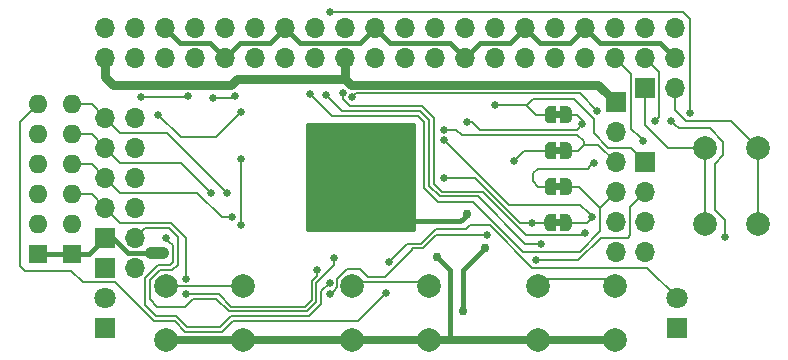
<source format=gbl>
G04 #@! TF.GenerationSoftware,KiCad,Pcbnew,(5.1.4)-1*
G04 #@! TF.CreationDate,2020-02-28T01:36:28+00:00*
G04 #@! TF.ProjectId,rgb-to-hdmi,7267622d-746f-42d6-9864-6d692e6b6963,rev?*
G04 #@! TF.SameCoordinates,Original*
G04 #@! TF.FileFunction,Copper,L2,Bot*
G04 #@! TF.FilePolarity,Positive*
%FSLAX46Y46*%
G04 Gerber Fmt 4.6, Leading zero omitted, Abs format (unit mm)*
G04 Created by KiCad (PCBNEW (5.1.4)-1) date 2020-02-28 01:36:28*
%MOMM*%
%LPD*%
G04 APERTURE LIST*
%ADD10C,0.100000*%
%ADD11R,1.600000X1.600000*%
%ADD12O,1.600000X1.600000*%
%ADD13R,1.700000X1.700000*%
%ADD14O,1.700000X1.700000*%
%ADD15C,0.500000*%
%ADD16C,2.000000*%
%ADD17R,1.800000X1.800000*%
%ADD18C,1.800000*%
%ADD19C,0.762000*%
%ADD20C,0.660400*%
%ADD21C,0.381000*%
%ADD22C,0.762000*%
%ADD23C,0.203200*%
%ADD24C,1.016000*%
%ADD25C,0.635000*%
%ADD26C,0.254000*%
G04 APERTURE END LIST*
D10*
G36*
X62976000Y-37444960D02*
G01*
X62476000Y-37444960D01*
X62476000Y-36844960D01*
X62976000Y-36844960D01*
X62976000Y-37444960D01*
G37*
G36*
X62976000Y-34396960D02*
G01*
X62476000Y-34396960D01*
X62476000Y-33796960D01*
X62976000Y-33796960D01*
X62976000Y-34396960D01*
G37*
G36*
X62961000Y-43540960D02*
G01*
X62461000Y-43540960D01*
X62461000Y-42940960D01*
X62961000Y-42940960D01*
X62961000Y-43540960D01*
G37*
G36*
X62976000Y-40492960D02*
G01*
X62476000Y-40492960D01*
X62476000Y-39892960D01*
X62976000Y-39892960D01*
X62976000Y-40492960D01*
G37*
D11*
X21578000Y-45907960D03*
D12*
X21578000Y-43367960D03*
X21578000Y-40827960D03*
X21578000Y-38287960D03*
X21578000Y-35747960D03*
X21578000Y-33207960D03*
D13*
X24372000Y-44510960D03*
D14*
X26912000Y-44510960D03*
X24372000Y-41970960D03*
X26912000Y-41970960D03*
X24372000Y-39430960D03*
X26912000Y-39430960D03*
X24372000Y-36890960D03*
X26912000Y-36890960D03*
X24372000Y-34350960D03*
X26912000Y-34350960D03*
D13*
X70092000Y-38135560D03*
D14*
X70092000Y-40675560D03*
X70092000Y-43215560D03*
X70092000Y-45755560D03*
D15*
X63376000Y-37144960D03*
D10*
G36*
X63376000Y-36395562D02*
G01*
X63400534Y-36395562D01*
X63449365Y-36400372D01*
X63497490Y-36409944D01*
X63544445Y-36424188D01*
X63589778Y-36442965D01*
X63633051Y-36466096D01*
X63673850Y-36493356D01*
X63711779Y-36524484D01*
X63746476Y-36559181D01*
X63777604Y-36597110D01*
X63804864Y-36637909D01*
X63827995Y-36681182D01*
X63846772Y-36726515D01*
X63861016Y-36773470D01*
X63870588Y-36821595D01*
X63875398Y-36870426D01*
X63875398Y-36894960D01*
X63876000Y-36894960D01*
X63876000Y-37394960D01*
X63875398Y-37394960D01*
X63875398Y-37419494D01*
X63870588Y-37468325D01*
X63861016Y-37516450D01*
X63846772Y-37563405D01*
X63827995Y-37608738D01*
X63804864Y-37652011D01*
X63777604Y-37692810D01*
X63746476Y-37730739D01*
X63711779Y-37765436D01*
X63673850Y-37796564D01*
X63633051Y-37823824D01*
X63589778Y-37846955D01*
X63544445Y-37865732D01*
X63497490Y-37879976D01*
X63449365Y-37889548D01*
X63400534Y-37894358D01*
X63376000Y-37894358D01*
X63376000Y-37894960D01*
X62876000Y-37894960D01*
X62876000Y-36394960D01*
X63376000Y-36394960D01*
X63376000Y-36395562D01*
X63376000Y-36395562D01*
G37*
D15*
X62076000Y-37144960D03*
D10*
G36*
X62576000Y-37894960D02*
G01*
X62076000Y-37894960D01*
X62076000Y-37894358D01*
X62051466Y-37894358D01*
X62002635Y-37889548D01*
X61954510Y-37879976D01*
X61907555Y-37865732D01*
X61862222Y-37846955D01*
X61818949Y-37823824D01*
X61778150Y-37796564D01*
X61740221Y-37765436D01*
X61705524Y-37730739D01*
X61674396Y-37692810D01*
X61647136Y-37652011D01*
X61624005Y-37608738D01*
X61605228Y-37563405D01*
X61590984Y-37516450D01*
X61581412Y-37468325D01*
X61576602Y-37419494D01*
X61576602Y-37394960D01*
X61576000Y-37394960D01*
X61576000Y-36894960D01*
X61576602Y-36894960D01*
X61576602Y-36870426D01*
X61581412Y-36821595D01*
X61590984Y-36773470D01*
X61605228Y-36726515D01*
X61624005Y-36681182D01*
X61647136Y-36637909D01*
X61674396Y-36597110D01*
X61705524Y-36559181D01*
X61740221Y-36524484D01*
X61778150Y-36493356D01*
X61818949Y-36466096D01*
X61862222Y-36442965D01*
X61907555Y-36424188D01*
X61954510Y-36409944D01*
X62002635Y-36400372D01*
X62051466Y-36395562D01*
X62076000Y-36395562D01*
X62076000Y-36394960D01*
X62576000Y-36394960D01*
X62576000Y-37894960D01*
X62576000Y-37894960D01*
G37*
D15*
X62076000Y-34096960D03*
D10*
G36*
X62576000Y-34846960D02*
G01*
X62076000Y-34846960D01*
X62076000Y-34846358D01*
X62051466Y-34846358D01*
X62002635Y-34841548D01*
X61954510Y-34831976D01*
X61907555Y-34817732D01*
X61862222Y-34798955D01*
X61818949Y-34775824D01*
X61778150Y-34748564D01*
X61740221Y-34717436D01*
X61705524Y-34682739D01*
X61674396Y-34644810D01*
X61647136Y-34604011D01*
X61624005Y-34560738D01*
X61605228Y-34515405D01*
X61590984Y-34468450D01*
X61581412Y-34420325D01*
X61576602Y-34371494D01*
X61576602Y-34346960D01*
X61576000Y-34346960D01*
X61576000Y-33846960D01*
X61576602Y-33846960D01*
X61576602Y-33822426D01*
X61581412Y-33773595D01*
X61590984Y-33725470D01*
X61605228Y-33678515D01*
X61624005Y-33633182D01*
X61647136Y-33589909D01*
X61674396Y-33549110D01*
X61705524Y-33511181D01*
X61740221Y-33476484D01*
X61778150Y-33445356D01*
X61818949Y-33418096D01*
X61862222Y-33394965D01*
X61907555Y-33376188D01*
X61954510Y-33361944D01*
X62002635Y-33352372D01*
X62051466Y-33347562D01*
X62076000Y-33347562D01*
X62076000Y-33346960D01*
X62576000Y-33346960D01*
X62576000Y-34846960D01*
X62576000Y-34846960D01*
G37*
D15*
X63376000Y-34096960D03*
D10*
G36*
X63376000Y-33347562D02*
G01*
X63400534Y-33347562D01*
X63449365Y-33352372D01*
X63497490Y-33361944D01*
X63544445Y-33376188D01*
X63589778Y-33394965D01*
X63633051Y-33418096D01*
X63673850Y-33445356D01*
X63711779Y-33476484D01*
X63746476Y-33511181D01*
X63777604Y-33549110D01*
X63804864Y-33589909D01*
X63827995Y-33633182D01*
X63846772Y-33678515D01*
X63861016Y-33725470D01*
X63870588Y-33773595D01*
X63875398Y-33822426D01*
X63875398Y-33846960D01*
X63876000Y-33846960D01*
X63876000Y-34346960D01*
X63875398Y-34346960D01*
X63875398Y-34371494D01*
X63870588Y-34420325D01*
X63861016Y-34468450D01*
X63846772Y-34515405D01*
X63827995Y-34560738D01*
X63804864Y-34604011D01*
X63777604Y-34644810D01*
X63746476Y-34682739D01*
X63711779Y-34717436D01*
X63673850Y-34748564D01*
X63633051Y-34775824D01*
X63589778Y-34798955D01*
X63544445Y-34817732D01*
X63497490Y-34831976D01*
X63449365Y-34841548D01*
X63400534Y-34846358D01*
X63376000Y-34846358D01*
X63376000Y-34846960D01*
X62876000Y-34846960D01*
X62876000Y-33346960D01*
X63376000Y-33346960D01*
X63376000Y-33347562D01*
X63376000Y-33347562D01*
G37*
D15*
X63361000Y-43240960D03*
D10*
G36*
X63361000Y-42491562D02*
G01*
X63385534Y-42491562D01*
X63434365Y-42496372D01*
X63482490Y-42505944D01*
X63529445Y-42520188D01*
X63574778Y-42538965D01*
X63618051Y-42562096D01*
X63658850Y-42589356D01*
X63696779Y-42620484D01*
X63731476Y-42655181D01*
X63762604Y-42693110D01*
X63789864Y-42733909D01*
X63812995Y-42777182D01*
X63831772Y-42822515D01*
X63846016Y-42869470D01*
X63855588Y-42917595D01*
X63860398Y-42966426D01*
X63860398Y-42990960D01*
X63861000Y-42990960D01*
X63861000Y-43490960D01*
X63860398Y-43490960D01*
X63860398Y-43515494D01*
X63855588Y-43564325D01*
X63846016Y-43612450D01*
X63831772Y-43659405D01*
X63812995Y-43704738D01*
X63789864Y-43748011D01*
X63762604Y-43788810D01*
X63731476Y-43826739D01*
X63696779Y-43861436D01*
X63658850Y-43892564D01*
X63618051Y-43919824D01*
X63574778Y-43942955D01*
X63529445Y-43961732D01*
X63482490Y-43975976D01*
X63434365Y-43985548D01*
X63385534Y-43990358D01*
X63361000Y-43990358D01*
X63361000Y-43990960D01*
X62861000Y-43990960D01*
X62861000Y-42490960D01*
X63361000Y-42490960D01*
X63361000Y-42491562D01*
X63361000Y-42491562D01*
G37*
D15*
X62061000Y-43240960D03*
D10*
G36*
X62561000Y-43990960D02*
G01*
X62061000Y-43990960D01*
X62061000Y-43990358D01*
X62036466Y-43990358D01*
X61987635Y-43985548D01*
X61939510Y-43975976D01*
X61892555Y-43961732D01*
X61847222Y-43942955D01*
X61803949Y-43919824D01*
X61763150Y-43892564D01*
X61725221Y-43861436D01*
X61690524Y-43826739D01*
X61659396Y-43788810D01*
X61632136Y-43748011D01*
X61609005Y-43704738D01*
X61590228Y-43659405D01*
X61575984Y-43612450D01*
X61566412Y-43564325D01*
X61561602Y-43515494D01*
X61561602Y-43490960D01*
X61561000Y-43490960D01*
X61561000Y-42990960D01*
X61561602Y-42990960D01*
X61561602Y-42966426D01*
X61566412Y-42917595D01*
X61575984Y-42869470D01*
X61590228Y-42822515D01*
X61609005Y-42777182D01*
X61632136Y-42733909D01*
X61659396Y-42693110D01*
X61690524Y-42655181D01*
X61725221Y-42620484D01*
X61763150Y-42589356D01*
X61803949Y-42562096D01*
X61847222Y-42538965D01*
X61892555Y-42520188D01*
X61939510Y-42505944D01*
X61987635Y-42496372D01*
X62036466Y-42491562D01*
X62061000Y-42491562D01*
X62061000Y-42490960D01*
X62561000Y-42490960D01*
X62561000Y-43990960D01*
X62561000Y-43990960D01*
G37*
D15*
X62076000Y-40192960D03*
D10*
G36*
X62576000Y-40942960D02*
G01*
X62076000Y-40942960D01*
X62076000Y-40942358D01*
X62051466Y-40942358D01*
X62002635Y-40937548D01*
X61954510Y-40927976D01*
X61907555Y-40913732D01*
X61862222Y-40894955D01*
X61818949Y-40871824D01*
X61778150Y-40844564D01*
X61740221Y-40813436D01*
X61705524Y-40778739D01*
X61674396Y-40740810D01*
X61647136Y-40700011D01*
X61624005Y-40656738D01*
X61605228Y-40611405D01*
X61590984Y-40564450D01*
X61581412Y-40516325D01*
X61576602Y-40467494D01*
X61576602Y-40442960D01*
X61576000Y-40442960D01*
X61576000Y-39942960D01*
X61576602Y-39942960D01*
X61576602Y-39918426D01*
X61581412Y-39869595D01*
X61590984Y-39821470D01*
X61605228Y-39774515D01*
X61624005Y-39729182D01*
X61647136Y-39685909D01*
X61674396Y-39645110D01*
X61705524Y-39607181D01*
X61740221Y-39572484D01*
X61778150Y-39541356D01*
X61818949Y-39514096D01*
X61862222Y-39490965D01*
X61907555Y-39472188D01*
X61954510Y-39457944D01*
X62002635Y-39448372D01*
X62051466Y-39443562D01*
X62076000Y-39443562D01*
X62076000Y-39442960D01*
X62576000Y-39442960D01*
X62576000Y-40942960D01*
X62576000Y-40942960D01*
G37*
D15*
X63376000Y-40192960D03*
D10*
G36*
X63376000Y-39443562D02*
G01*
X63400534Y-39443562D01*
X63449365Y-39448372D01*
X63497490Y-39457944D01*
X63544445Y-39472188D01*
X63589778Y-39490965D01*
X63633051Y-39514096D01*
X63673850Y-39541356D01*
X63711779Y-39572484D01*
X63746476Y-39607181D01*
X63777604Y-39645110D01*
X63804864Y-39685909D01*
X63827995Y-39729182D01*
X63846772Y-39774515D01*
X63861016Y-39821470D01*
X63870588Y-39869595D01*
X63875398Y-39918426D01*
X63875398Y-39942960D01*
X63876000Y-39942960D01*
X63876000Y-40442960D01*
X63875398Y-40442960D01*
X63875398Y-40467494D01*
X63870588Y-40516325D01*
X63861016Y-40564450D01*
X63846772Y-40611405D01*
X63827995Y-40656738D01*
X63804864Y-40700011D01*
X63777604Y-40740810D01*
X63746476Y-40778739D01*
X63711779Y-40813436D01*
X63673850Y-40844564D01*
X63633051Y-40871824D01*
X63589778Y-40894955D01*
X63544445Y-40913732D01*
X63497490Y-40927976D01*
X63449365Y-40937548D01*
X63400534Y-40942358D01*
X63376000Y-40942358D01*
X63376000Y-40942960D01*
X62876000Y-40942960D01*
X62876000Y-39442960D01*
X63376000Y-39442960D01*
X63376000Y-39443562D01*
X63376000Y-39443562D01*
G37*
D13*
X67600800Y-33054001D03*
D14*
X67600800Y-35594001D03*
X67600800Y-38134001D03*
X67600800Y-40674001D03*
X67600800Y-43214001D03*
X67600800Y-45754001D03*
D16*
X29556000Y-53146960D03*
X29556000Y-48646960D03*
X36056000Y-53146960D03*
X36056000Y-48646960D03*
X51804000Y-48646960D03*
X51804000Y-53146960D03*
X45304000Y-48646960D03*
X45304000Y-53146960D03*
X67552000Y-48646960D03*
X67552000Y-53146960D03*
X61052000Y-48646960D03*
X61052000Y-53146960D03*
X79617000Y-43390960D03*
X75117000Y-43390960D03*
X79617000Y-36890960D03*
X75117000Y-36890960D03*
D13*
X24372000Y-47050960D03*
D14*
X26912000Y-47050960D03*
D12*
X18657000Y-33207960D03*
X18657000Y-35747960D03*
X18657000Y-38287960D03*
X18657000Y-40827960D03*
X18657000Y-43367960D03*
D11*
X18657000Y-45907960D03*
D14*
X24372000Y-29270960D03*
X24372000Y-26730960D03*
X26912000Y-29270960D03*
X26912000Y-26730960D03*
X29452000Y-29270960D03*
X29452000Y-26730960D03*
X31992000Y-29270960D03*
X31992000Y-26730960D03*
X34532000Y-29270960D03*
X34532000Y-26730960D03*
X37072000Y-29270960D03*
X37072000Y-26730960D03*
X39612000Y-29270960D03*
X39612000Y-26730960D03*
X42152000Y-29270960D03*
X42152000Y-26730960D03*
X44692000Y-29270960D03*
X44692000Y-26730960D03*
X47232000Y-29270960D03*
X47232000Y-26730960D03*
X49772000Y-29270960D03*
X49772000Y-26730960D03*
X52312000Y-29270960D03*
X52312000Y-26730960D03*
X54852000Y-29270960D03*
X54852000Y-26730960D03*
X57392000Y-29270960D03*
X57392000Y-26730960D03*
X59932000Y-29270960D03*
X59932000Y-26730960D03*
X62472000Y-29270960D03*
X62472000Y-26730960D03*
X65012000Y-29270960D03*
X65012000Y-26730960D03*
X67552000Y-29270960D03*
X67552000Y-26730960D03*
X70092000Y-29270960D03*
X70092000Y-26730960D03*
X72632000Y-29270960D03*
X72632000Y-26730960D03*
D13*
X70092000Y-31810960D03*
D14*
X72632000Y-31810960D03*
D17*
X24349000Y-52170960D03*
D18*
X24349000Y-49630960D03*
X72759000Y-49630960D03*
D17*
X72759000Y-52170960D03*
D19*
X51829400Y-31556960D03*
X47562200Y-31556960D03*
X47552000Y-35200960D03*
X42752000Y-43600960D03*
X42761600Y-37856160D03*
X56549784Y-45408644D03*
X55017100Y-42542462D03*
X54674200Y-50695860D03*
D20*
X27420000Y-32572960D03*
X31407806Y-32522160D03*
X33516000Y-32699960D03*
X35878200Y-43418760D03*
X35903600Y-37856162D03*
X35372819Y-32535900D03*
X43422000Y-25410160D03*
X73902000Y-33969961D03*
X66028000Y-33766760D03*
X65774000Y-38160960D03*
X45255497Y-32610030D03*
X69939562Y-36357560D03*
X56731600Y-44256960D03*
X43396600Y-49324260D03*
X70960120Y-34600440D03*
X58941400Y-38033960D03*
X48357780Y-46614640D03*
X57392000Y-33309560D03*
X53074000Y-39430960D03*
X60539060Y-43238420D03*
X60818460Y-46421040D03*
X72301800Y-34630360D03*
X76873800Y-44460160D03*
D19*
X52426300Y-46123860D03*
X28283600Y-45780960D03*
X29231020Y-45780960D03*
D20*
X28842400Y-34096960D03*
X35827400Y-33919160D03*
X34712545Y-40731430D03*
X33363600Y-40700960D03*
X35116212Y-42783760D03*
X42301606Y-47289011D03*
X31219840Y-49303940D03*
X31202060Y-48011960D03*
X43781125Y-46204250D03*
X43364149Y-48321140D03*
X29482480Y-44526200D03*
X48156560Y-49194720D03*
X53074000Y-35366960D03*
X41715729Y-32369781D03*
X64732600Y-34935160D03*
X54979000Y-34731960D03*
X53054715Y-36238955D03*
X65621612Y-42758360D03*
X44480526Y-32228921D03*
X64996760Y-44162980D03*
X43051160Y-32412940D03*
X61268040Y-45018960D03*
D21*
X67600800Y-32850360D02*
X67600800Y-33054001D01*
D22*
X44692000Y-29270960D02*
X44692000Y-31048960D01*
X45200000Y-31556960D02*
X47562200Y-31556960D01*
X47562200Y-31556960D02*
X51829400Y-31556960D01*
X44692000Y-31048960D02*
X45200000Y-31556960D01*
D21*
X43802000Y-38950960D02*
X42752000Y-38950960D01*
X47552000Y-35200960D02*
X43802000Y-38950960D01*
X42752000Y-38950960D02*
X42752000Y-43600960D01*
X42752000Y-38950960D02*
X42752000Y-37865760D01*
X42752000Y-37865760D02*
X42761600Y-37856160D01*
D22*
X66103759Y-31556960D02*
X67600800Y-33054001D01*
X51829400Y-31556960D02*
X66103759Y-31556960D01*
X44692000Y-31048960D02*
X44691978Y-31048938D01*
X44691978Y-31048938D02*
X35540908Y-31048938D01*
X35540908Y-31048938D02*
X35032886Y-31556960D01*
X25046000Y-31556960D02*
X24372000Y-30882960D01*
X35032886Y-31556960D02*
X25046000Y-31556960D01*
X24372000Y-30882960D02*
X24372000Y-29270960D01*
D21*
X54445602Y-43113960D02*
X54636101Y-42923461D01*
X50280000Y-43113960D02*
X54445602Y-43113960D01*
X54636101Y-42923461D02*
X55017100Y-42542462D01*
X54674200Y-50157045D02*
X54674200Y-50695860D01*
X54674200Y-47284228D02*
X54674200Y-50157045D01*
X56549784Y-45408644D02*
X54674200Y-47284228D01*
D23*
X27420000Y-32572960D02*
X31357006Y-32572960D01*
X31357006Y-32572960D02*
X31407806Y-32522160D01*
X35878200Y-43418760D02*
X35878200Y-37881562D01*
X35878200Y-37881562D02*
X35903600Y-37856162D01*
X35208759Y-32699960D02*
X35372819Y-32535900D01*
X33516000Y-32699960D02*
X35208759Y-32699960D01*
X43422000Y-25410160D02*
X73317800Y-25410160D01*
X73317800Y-25410160D02*
X73902000Y-25994360D01*
X73902000Y-25994360D02*
X73902000Y-33502988D01*
X73902000Y-33502988D02*
X73902000Y-33969961D01*
X65443801Y-38491159D02*
X65774000Y-38160960D01*
X61024200Y-40192960D02*
X60592400Y-39761160D01*
X62076000Y-40192960D02*
X61024200Y-40192960D01*
X60592400Y-39761160D02*
X60592400Y-39049960D01*
X60592400Y-39049960D02*
X60973400Y-38668960D01*
X60973400Y-38668960D02*
X65266000Y-38668960D01*
X65266000Y-38668960D02*
X65443801Y-38491159D01*
X66028000Y-33766760D02*
X64541071Y-32279831D01*
X64541071Y-32279831D02*
X45585696Y-32279831D01*
X45585696Y-32279831D02*
X45255497Y-32610030D01*
X67552000Y-29270960D02*
X68923602Y-30642562D01*
X68923602Y-30642562D02*
X68923602Y-35341600D01*
X69609363Y-36027361D02*
X69939562Y-36357560D01*
X68923602Y-35341600D02*
X69609363Y-36027361D01*
X66938980Y-48033940D02*
X67552000Y-48646960D01*
X61052000Y-48646960D02*
X61665020Y-48033940D01*
X61665020Y-48033940D02*
X66938980Y-48033940D01*
X35603000Y-48193960D02*
X36056000Y-48646960D01*
X29556000Y-48646960D02*
X30009000Y-48193960D01*
X45327000Y-47177960D02*
X44924589Y-47177960D01*
X43726799Y-48994061D02*
X43396600Y-49324260D01*
X45327000Y-47177960D02*
X44841894Y-47177960D01*
X44841894Y-47177960D02*
X43999199Y-48020655D01*
X43999199Y-48020655D02*
X43999199Y-48721661D01*
X43999199Y-48721661D02*
X43726799Y-48994061D01*
X29556000Y-48646960D02*
X36056000Y-48646960D01*
X55055200Y-44256960D02*
X56731600Y-44256960D01*
X52416850Y-44256960D02*
X55055200Y-44256960D01*
X51248441Y-45425369D02*
X52416850Y-44256960D01*
X50356190Y-45425370D02*
X51248441Y-45425369D01*
X45962000Y-47177960D02*
X46637629Y-47853589D01*
X45327000Y-47177960D02*
X45962000Y-47177960D01*
X46637629Y-47853589D02*
X48016871Y-47853589D01*
X48016871Y-47853589D02*
X50305400Y-45565060D01*
X50305400Y-45565060D02*
X50305400Y-45476160D01*
X50305400Y-45476160D02*
X50356190Y-45425370D01*
X71290319Y-34270241D02*
X70960120Y-34600440D01*
X71290319Y-30469279D02*
X71290319Y-34270241D01*
X70092000Y-29270960D02*
X71290319Y-30469279D01*
X45304000Y-48678960D02*
X45722960Y-48260000D01*
X51417040Y-48260000D02*
X51804000Y-48646960D01*
X45722960Y-48260000D02*
X51417040Y-48260000D01*
X45304000Y-48646960D02*
X45304000Y-48678960D01*
X62076000Y-37144960D02*
X59830400Y-37144960D01*
X59830400Y-37144960D02*
X58941400Y-38033960D01*
X75117000Y-36890960D02*
X75117000Y-43390960D01*
X70092000Y-32246960D02*
X70092000Y-31810960D01*
X73419400Y-36890960D02*
X75117000Y-36890960D01*
X71997000Y-36890960D02*
X73419400Y-36890960D01*
X70092000Y-31810960D02*
X70092000Y-34985960D01*
X70092000Y-34985960D02*
X71997000Y-36890960D01*
X79617000Y-36890960D02*
X79617000Y-43390960D01*
X72632000Y-31810960D02*
X72632000Y-33715964D01*
X78617001Y-35890961D02*
X79617000Y-36890960D01*
X77331000Y-34604960D02*
X78617001Y-35890961D01*
X72632000Y-33715964D02*
X73546398Y-34630362D01*
X73546398Y-34630362D02*
X74156002Y-34630362D01*
X74181404Y-34604960D02*
X77331000Y-34604960D01*
X74156002Y-34630362D02*
X74181404Y-34604960D01*
X55233003Y-43469557D02*
X56553797Y-43469557D01*
X54940900Y-43761660D02*
X55233003Y-43469557D01*
X56553797Y-43469557D02*
X56198199Y-43469557D01*
X48357780Y-46614640D02*
X49953460Y-45018960D01*
X49953460Y-45018960D02*
X51080100Y-45018960D01*
X51080100Y-45018960D02*
X52337400Y-43761660D01*
X52337400Y-43761660D02*
X54940900Y-43761660D01*
X61130882Y-47056042D02*
X61135964Y-47050960D01*
X60508584Y-47056042D02*
X61130882Y-47056042D01*
X56553797Y-43469557D02*
X56922099Y-43469557D01*
X56922099Y-43469557D02*
X60508584Y-47056042D01*
X70244082Y-47056042D02*
X72759000Y-49570960D01*
X61130882Y-47056042D02*
X70244082Y-47056042D01*
X57392000Y-33309560D02*
X58890600Y-33309560D01*
X60059000Y-33309560D02*
X60617800Y-32750760D01*
X58890600Y-33309560D02*
X60059000Y-33309560D01*
X60617800Y-32750760D02*
X64072198Y-32750760D01*
X64072198Y-32750760D02*
X65760638Y-34439200D01*
X65760638Y-34439200D02*
X65760638Y-35683798D01*
X65760638Y-35683798D02*
X66967800Y-36890960D01*
X68847400Y-36890960D02*
X70092000Y-38135560D01*
X66967800Y-36890960D02*
X68847400Y-36890960D01*
X60821000Y-34096960D02*
X62076000Y-34096960D01*
X58890600Y-33309560D02*
X60033600Y-33309560D01*
X60033600Y-33309560D02*
X60821000Y-34096960D01*
X60953000Y-43240960D02*
X62061000Y-43240960D01*
X60338400Y-43240960D02*
X60953000Y-43240960D01*
X60338400Y-43240960D02*
X60536520Y-43240960D01*
X60536520Y-43240960D02*
X60539060Y-43238420D01*
X59520520Y-43240960D02*
X60338400Y-43240960D01*
X55710520Y-39430960D02*
X59520520Y-43240960D01*
X53074000Y-39430960D02*
X55710520Y-39430960D01*
X68822000Y-41945560D02*
X68822000Y-44282360D01*
X68822000Y-44282360D02*
X68593400Y-44510960D01*
X64410730Y-46421040D02*
X61285433Y-46421040D01*
X61285433Y-46421040D02*
X60818460Y-46421040D01*
X68593400Y-44510960D02*
X66320810Y-44510960D01*
X66320810Y-44510960D02*
X64410730Y-46421040D01*
X70092000Y-40675560D02*
X68822000Y-41945560D01*
D21*
X65012000Y-26730960D02*
X66282000Y-28000960D01*
X71362000Y-28000960D02*
X72632000Y-29270960D01*
X66282000Y-28000960D02*
X71362000Y-28000960D01*
X59932000Y-26730960D02*
X61202000Y-28000960D01*
X63742000Y-28000960D02*
X65012000Y-26730960D01*
X61202000Y-28000960D02*
X63742000Y-28000960D01*
X54852000Y-29270960D02*
X56122000Y-28000960D01*
X58662000Y-28000960D02*
X59932000Y-26730960D01*
X56122000Y-28000960D02*
X58662000Y-28000960D01*
X54852000Y-29270960D02*
X53582000Y-28000960D01*
X48502000Y-28000960D02*
X47232000Y-26730960D01*
X53582000Y-28000960D02*
X48502000Y-28000960D01*
X34532000Y-29270960D02*
X33262000Y-28000960D01*
X30722000Y-28000960D02*
X29452000Y-26730960D01*
X33262000Y-28000960D02*
X30722000Y-28000960D01*
X34532000Y-29270960D02*
X34532000Y-29016960D01*
X39612000Y-26730960D02*
X38342000Y-28000960D01*
X35802000Y-28000960D02*
X34532000Y-29270960D01*
X38342000Y-28000960D02*
X35802000Y-28000960D01*
X39612000Y-26730960D02*
X40882000Y-28000960D01*
X40882000Y-28000960D02*
X45962000Y-28000960D01*
X45962000Y-28000960D02*
X47232000Y-26730960D01*
D23*
X76873800Y-44460160D02*
X76873800Y-43266360D01*
X76873800Y-43901360D02*
X76873800Y-43266360D01*
D24*
X35827388Y-53375572D02*
X36056000Y-53146960D01*
D23*
X72631999Y-34960559D02*
X72301800Y-34630360D01*
X72936800Y-35265360D02*
X72631999Y-34960559D01*
X75545380Y-35265360D02*
X72936800Y-35265360D01*
X76873800Y-43266360D02*
X76873800Y-43032680D01*
X76873800Y-43032680D02*
X75977180Y-42136060D01*
X75977180Y-38260020D02*
X76685840Y-37551360D01*
X75977180Y-42136060D02*
X75977180Y-38260020D01*
X76685840Y-37551360D02*
X76685840Y-36405820D01*
X76685840Y-36405820D02*
X75545380Y-35265360D01*
D25*
X29556000Y-53146960D02*
X36056000Y-53146960D01*
X53721700Y-53146960D02*
X67552000Y-53146960D01*
D21*
X52426300Y-46123860D02*
X53594700Y-47292260D01*
X53594700Y-52854860D02*
X53302600Y-53146960D01*
X53594700Y-47292260D02*
X53594700Y-52854860D01*
D25*
X36056000Y-53146960D02*
X53302600Y-53146960D01*
X53302600Y-53146960D02*
X53721700Y-53146960D01*
D23*
X18504600Y-46415960D02*
X18403000Y-46415960D01*
D21*
X18657000Y-45907960D02*
X21578000Y-45907960D01*
X22975000Y-45907960D02*
X24372000Y-44510960D01*
X21578000Y-45907960D02*
X22975000Y-45907960D01*
X24600600Y-44739560D02*
X24372000Y-44510960D01*
D24*
X28283600Y-45780960D02*
X29231020Y-45780960D01*
D21*
X26320180Y-45780960D02*
X28283600Y-45780960D01*
X24372000Y-44510960D02*
X25050180Y-44510960D01*
X25050180Y-44510960D02*
X26320180Y-45780960D01*
D23*
X30772800Y-36027360D02*
X33719200Y-36027360D01*
X28842400Y-34096960D02*
X30772800Y-36027360D01*
X35497201Y-34249359D02*
X35827400Y-33919160D01*
X33719200Y-36027360D02*
X35497201Y-34249359D01*
X29602075Y-35620960D02*
X34382346Y-40401231D01*
X34382346Y-40401231D02*
X34712545Y-40731430D01*
X25642000Y-35620960D02*
X29602075Y-35620960D01*
X24372000Y-34350960D02*
X25642000Y-35620960D01*
X23229000Y-33207960D02*
X21578000Y-33207960D01*
X24372000Y-34350960D02*
X23229000Y-33207960D01*
X25642000Y-38160960D02*
X24372000Y-36890960D01*
X33363600Y-40700960D02*
X30823600Y-38160960D01*
X30823600Y-38160960D02*
X25642000Y-38160960D01*
X23229000Y-35747960D02*
X21578000Y-35747960D01*
X24372000Y-36890960D02*
X23229000Y-35747960D01*
X25642000Y-40700960D02*
X24372000Y-39430960D01*
X32160027Y-40700960D02*
X25642000Y-40700960D01*
X35116212Y-42783760D02*
X34242827Y-42783760D01*
X34242827Y-42783760D02*
X32160027Y-40700960D01*
X23229000Y-38287960D02*
X21578000Y-38287960D01*
X24372000Y-39430960D02*
X23229000Y-38287960D01*
X42301606Y-47755984D02*
X42301606Y-47289011D01*
X41847200Y-48210390D02*
X42301606Y-47755984D01*
X41847200Y-49756060D02*
X41847200Y-48210390D01*
X31585610Y-49286150D02*
X33985890Y-49286150D01*
X33985890Y-49286150D02*
X35052700Y-50352960D01*
X35052700Y-50352960D02*
X41250300Y-50352960D01*
X41250300Y-50352960D02*
X41847200Y-49756060D01*
X23229000Y-40827960D02*
X21578000Y-40827960D01*
X24372000Y-41970960D02*
X23229000Y-40827960D01*
X31585610Y-49286150D02*
X31237630Y-49286150D01*
X31237630Y-49286150D02*
X31219840Y-49303940D01*
X25642000Y-43240960D02*
X25221999Y-42820959D01*
X31202060Y-48011960D02*
X31202060Y-44530567D01*
X31202060Y-44530567D02*
X29912453Y-43240960D01*
X25221999Y-42820959D02*
X24372000Y-41970960D01*
X29912453Y-43240960D02*
X25642000Y-43240960D01*
X43781125Y-46746827D02*
X43781125Y-46671223D01*
X43781125Y-46671223D02*
X43781125Y-46204250D01*
X30490871Y-44422069D02*
X29729763Y-43660961D01*
X30490871Y-46815440D02*
X30490871Y-44422069D01*
X30057231Y-47249080D02*
X30490871Y-46815440D01*
X28143900Y-49740716D02*
X28143900Y-48127954D01*
X31801499Y-49692561D02*
X31135890Y-50358170D01*
X33744601Y-49692561D02*
X31801499Y-49692561D01*
X28143900Y-48127954D02*
X29022774Y-47249080D01*
X34811411Y-50759371D02*
X33744601Y-49692561D01*
X41418640Y-50759371D02*
X34811411Y-50759371D01*
X43781125Y-46851215D02*
X42253611Y-48378729D01*
X28761354Y-50358170D02*
X28143900Y-49740716D01*
X43781125Y-46671223D02*
X43781125Y-46851215D01*
X29022774Y-47249080D02*
X30057231Y-47249080D01*
X42253611Y-48378729D02*
X42253611Y-49924400D01*
X29729763Y-43660961D02*
X27761999Y-43660961D01*
X27761999Y-43660961D02*
X26912000Y-44510960D01*
X42253611Y-49924400D02*
X41418640Y-50759371D01*
X31135890Y-50358170D02*
X28761354Y-50358170D01*
X42660022Y-49025267D02*
X42660022Y-50092740D01*
X27737489Y-47959614D02*
X28854434Y-46842669D01*
X28854434Y-46842669D02*
X29833011Y-46842669D01*
X29833011Y-46842669D02*
X30084460Y-46591220D01*
X30084460Y-46591220D02*
X30084460Y-45128180D01*
X29812679Y-44856399D02*
X29482480Y-44526200D01*
X30084460Y-45128180D02*
X29812679Y-44856399D01*
X27737489Y-50190389D02*
X27737489Y-47959614D01*
X28692540Y-51145440D02*
X27737489Y-50190389D01*
X30400130Y-51145440D02*
X28692540Y-51145440D01*
X31334850Y-52080160D02*
X30400130Y-51145440D01*
X34071550Y-52080160D02*
X31334850Y-52080160D01*
X34985928Y-51165782D02*
X34071550Y-52080160D01*
X41586980Y-51165782D02*
X34985928Y-51165782D01*
X42660022Y-50092740D02*
X41586980Y-51165782D01*
X43364149Y-48321140D02*
X42660022Y-49025267D01*
X47826361Y-49524919D02*
X48156560Y-49194720D01*
X35154268Y-51572193D02*
X45779087Y-51572193D01*
X31166510Y-52486571D02*
X34239890Y-52486571D01*
X45779087Y-51572193D02*
X47826361Y-49524919D01*
X30236860Y-51556920D02*
X31166510Y-52486571D01*
X34239890Y-52486571D02*
X35154268Y-51572193D01*
X25224730Y-48252380D02*
X28529270Y-51556920D01*
X28529270Y-51556920D02*
X28735840Y-51556920D01*
X28735840Y-51556920D02*
X30236860Y-51556920D01*
X22459500Y-48252380D02*
X25224730Y-48252380D01*
X21509540Y-47302420D02*
X22459500Y-48252380D01*
X18657000Y-33207960D02*
X17153320Y-34711640D01*
X17153320Y-34711640D02*
X17153320Y-46883320D01*
X17153320Y-46883320D02*
X17572420Y-47302420D01*
X17572420Y-47302420D02*
X21509540Y-47302420D01*
X64885000Y-36636960D02*
X64377000Y-37144960D01*
X64377000Y-37144960D02*
X63376000Y-37144960D01*
X66103759Y-36636960D02*
X67600800Y-38134001D01*
X64885000Y-36636960D02*
X66103759Y-36636960D01*
X64885000Y-36357560D02*
X64885000Y-36636960D01*
X64351600Y-35824160D02*
X64885000Y-36357560D01*
X54547200Y-35824160D02*
X64351600Y-35824160D01*
X53074000Y-35366960D02*
X54090000Y-35366960D01*
X54090000Y-35366960D02*
X54547200Y-35824160D01*
X66282001Y-41992800D02*
X67600800Y-40674001D01*
X64504000Y-40192960D02*
X63376000Y-40192960D01*
X66282001Y-41992800D02*
X66282001Y-41970961D01*
X66282001Y-41970961D02*
X64504000Y-40192960D01*
X43531819Y-34185871D02*
X42045928Y-32699980D01*
X42045928Y-32699980D02*
X41715729Y-32369781D01*
X66282001Y-41992800D02*
X66282001Y-43975019D01*
X64547178Y-45709842D02*
X59737135Y-45709842D01*
X50848261Y-34185871D02*
X43531819Y-34185871D01*
X59737135Y-45709842D02*
X55502952Y-41475659D01*
X66282001Y-43975019D02*
X64547178Y-45709842D01*
X55502952Y-41475659D02*
X52557668Y-41475659D01*
X52557668Y-41475659D02*
X51364569Y-40282560D01*
X51364569Y-40282560D02*
X51364569Y-34702179D01*
X51364569Y-34702179D02*
X50848261Y-34185871D01*
X64642990Y-35024770D02*
X64732600Y-34935160D01*
X64300800Y-35366960D02*
X64732600Y-34935160D01*
X56080973Y-35366960D02*
X64300800Y-35366960D01*
X54979000Y-34731960D02*
X55445973Y-34731960D01*
X55445973Y-34731960D02*
X56080973Y-35366960D01*
X64300800Y-34096960D02*
X63376000Y-34096960D01*
X64834200Y-34630360D02*
X64300800Y-34096960D01*
X64732600Y-34935160D02*
X64834200Y-34833560D01*
X64834200Y-34833560D02*
X64834200Y-34630360D01*
X63361000Y-43240960D02*
X65139012Y-43240960D01*
X65291413Y-43088559D02*
X65621612Y-42758360D01*
X65139012Y-43240960D02*
X65291413Y-43088559D01*
X55840309Y-39024549D02*
X55878860Y-39024549D01*
X64580212Y-41716960D02*
X65291413Y-42428161D01*
X53054715Y-36238955D02*
X55840309Y-39024549D01*
X58571270Y-41716960D02*
X64580212Y-41716960D01*
X65291413Y-42428161D02*
X65621612Y-42758360D01*
X55878860Y-39024549D02*
X58571270Y-41716960D01*
X44480526Y-32228921D02*
X44480526Y-32774861D01*
X44480526Y-32774861D02*
X45078715Y-33373050D01*
X60000580Y-44295770D02*
X64863970Y-44295770D01*
X56079520Y-40622210D02*
X52853720Y-40622210D01*
X52853720Y-40622210D02*
X52177390Y-39945880D01*
X64863970Y-44295770D02*
X64996760Y-44162980D01*
X52177390Y-39945880D02*
X52177389Y-34365499D01*
X52177389Y-34365499D02*
X51184940Y-33373050D01*
X60000580Y-44295770D02*
X56327020Y-40622210D01*
X56327020Y-40622210D02*
X52853720Y-40622210D01*
X45078715Y-33373050D02*
X51184941Y-33373051D01*
X60801067Y-45018960D02*
X61268040Y-45018960D01*
X59901520Y-45018960D02*
X60801067Y-45018960D01*
X55911180Y-41028620D02*
X59901520Y-45018960D01*
X52685380Y-41028620D02*
X55911180Y-41028620D01*
X43051160Y-32412940D02*
X44417680Y-33779460D01*
X44417680Y-33779460D02*
X51016600Y-33779460D01*
X51016600Y-33779460D02*
X51770980Y-34533840D01*
X51770980Y-40114220D02*
X52685380Y-41028620D01*
X51770980Y-34533840D02*
X51770980Y-40114220D01*
D26*
G36*
X50475000Y-43873960D02*
G01*
X41429000Y-43873960D01*
X41429000Y-34927960D01*
X50475000Y-34927960D01*
X50475000Y-43873960D01*
X50475000Y-43873960D01*
G37*
X50475000Y-43873960D02*
X41429000Y-43873960D01*
X41429000Y-34927960D01*
X50475000Y-34927960D01*
X50475000Y-43873960D01*
M02*

</source>
